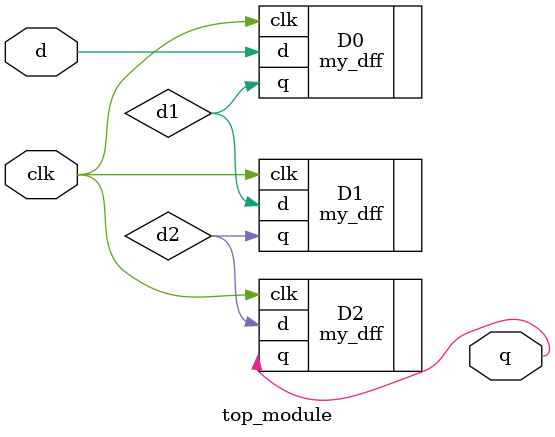
<source format=v>
module top_module ( input clk, input d, output q );
wire d1,d2;
my_dff D0( .clk(clk), .d(d), .q(d1) );
my_dff D1( .clk(clk), .d(d1), .q(d2) );
my_dff D2( .clk(clk), .d(d2), .q(q) );
endmodule

</source>
